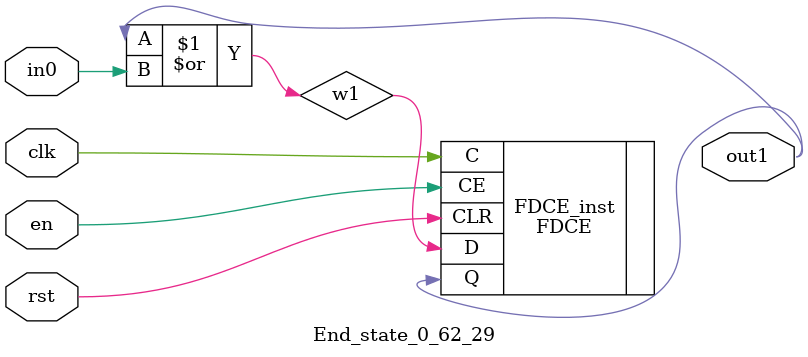
<source format=v>
module engine_0_62(out,clk,sod,en, in_120, in_3, in_4, in_5, in_7, in_8, in_9, in_15, in_16, in_17, in_18, in_20, in_21, in_26, in_30, in_41, in_42, in_109);
//pcre: /toStaticHTML\x28.*?[\x26\x22].=expression\x28/smi
//block char: [\x26\x22][1], N[0], O[0], L[0], I[0], S[0], H[0], a[0], r[0], e[0], c[0], =[0], p[0], x[0], t[0], M[0], \x28[8], .[7], 

	input clk,sod,en;

	input in_120, in_3, in_4, in_5, in_7, in_8, in_9, in_15, in_16, in_17, in_18, in_20, in_21, in_26, in_30, in_41, in_42, in_109;
	output out;

	assign w0 = 1'b1;
	state_0_62_1 BlockState_0_62_1 (w1,in_30,clk,en,sod,w0);
	state_0_62_2 BlockState_0_62_2 (w2,in_4,clk,en,sod,w1);
	state_0_62_3 BlockState_0_62_3 (w3,in_8,clk,en,sod,w2);
	state_0_62_4 BlockState_0_62_4 (w4,in_30,clk,en,sod,w3);
	state_0_62_5 BlockState_0_62_5 (w5,in_15,clk,en,sod,w4);
	state_0_62_6 BlockState_0_62_6 (w6,in_30,clk,en,sod,w5);
	state_0_62_7 BlockState_0_62_7 (w7,in_7,clk,en,sod,w6);
	state_0_62_8 BlockState_0_62_8 (w8,in_18,clk,en,sod,w7);
	state_0_62_9 BlockState_0_62_9 (w9,in_9,clk,en,sod,w8);
	state_0_62_10 BlockState_0_62_10 (w10,in_30,clk,en,sod,w9);
	state_0_62_11 BlockState_0_62_11 (w11,in_41,clk,en,sod,w10);
	state_0_62_12 BlockState_0_62_12 (w12,in_5,clk,en,sod,w11);
	state_0_62_13 BlockState_0_62_13 (w13,in_42,clk,en,sod,w12);
	state_0_62_14 BlockState_0_62_14 (w14,in_109,clk,en,sod,w14,w13);
	state_0_62_15 BlockState_0_62_15 (w15,in_120,clk,en,sod,w13,w13,w14);
	state_0_62_16 BlockState_0_62_16 (w16,in_109,clk,en,sod,w15);
	state_0_62_17 BlockState_0_62_17 (w17,in_20,clk,en,sod,w16);
	state_0_62_18 BlockState_0_62_18 (w18,in_17,clk,en,sod,w17);
	state_0_62_19 BlockState_0_62_19 (w19,in_26,clk,en,sod,w18);
	state_0_62_20 BlockState_0_62_20 (w20,in_21,clk,en,sod,w19);
	state_0_62_21 BlockState_0_62_21 (w21,in_16,clk,en,sod,w20);
	state_0_62_22 BlockState_0_62_22 (w22,in_17,clk,en,sod,w21);
	state_0_62_23 BlockState_0_62_23 (w23,in_8,clk,en,sod,w22);
	state_0_62_24 BlockState_0_62_24 (w24,in_8,clk,en,sod,w23);
	state_0_62_25 BlockState_0_62_25 (w25,in_7,clk,en,sod,w24);
	state_0_62_26 BlockState_0_62_26 (w26,in_4,clk,en,sod,w25);
	state_0_62_27 BlockState_0_62_27 (w27,in_3,clk,en,sod,w26);
	state_0_62_28 BlockState_0_62_28 (w28,in_42,clk,en,sod,w27);
	End_state_0_62_29 BlockState_0_62_29 (out,clk,en,sod,w28);
endmodule

module state_0_62_1(out1,in_char,clk,en,rst,in0);
	input in_char,clk,en,rst,in0;
	output out1;
	wire w1,w2;
	assign w1 = in0; 
	and(w2,in_char,w1);
	FDCE #(.INIT(1'b0)) FDCE_inst (
		.Q(out1),
		.C(clk),
		.CE(en),
		.CLR(rst),
		.D(w2)
);
endmodule

module state_0_62_2(out1,in_char,clk,en,rst,in0);
	input in_char,clk,en,rst,in0;
	output out1;
	wire w1,w2;
	assign w1 = in0; 
	and(w2,in_char,w1);
	FDCE #(.INIT(1'b0)) FDCE_inst (
		.Q(out1),
		.C(clk),
		.CE(en),
		.CLR(rst),
		.D(w2)
);
endmodule

module state_0_62_3(out1,in_char,clk,en,rst,in0);
	input in_char,clk,en,rst,in0;
	output out1;
	wire w1,w2;
	assign w1 = in0; 
	and(w2,in_char,w1);
	FDCE #(.INIT(1'b0)) FDCE_inst (
		.Q(out1),
		.C(clk),
		.CE(en),
		.CLR(rst),
		.D(w2)
);
endmodule

module state_0_62_4(out1,in_char,clk,en,rst,in0);
	input in_char,clk,en,rst,in0;
	output out1;
	wire w1,w2;
	assign w1 = in0; 
	and(w2,in_char,w1);
	FDCE #(.INIT(1'b0)) FDCE_inst (
		.Q(out1),
		.C(clk),
		.CE(en),
		.CLR(rst),
		.D(w2)
);
endmodule

module state_0_62_5(out1,in_char,clk,en,rst,in0);
	input in_char,clk,en,rst,in0;
	output out1;
	wire w1,w2;
	assign w1 = in0; 
	and(w2,in_char,w1);
	FDCE #(.INIT(1'b0)) FDCE_inst (
		.Q(out1),
		.C(clk),
		.CE(en),
		.CLR(rst),
		.D(w2)
);
endmodule

module state_0_62_6(out1,in_char,clk,en,rst,in0);
	input in_char,clk,en,rst,in0;
	output out1;
	wire w1,w2;
	assign w1 = in0; 
	and(w2,in_char,w1);
	FDCE #(.INIT(1'b0)) FDCE_inst (
		.Q(out1),
		.C(clk),
		.CE(en),
		.CLR(rst),
		.D(w2)
);
endmodule

module state_0_62_7(out1,in_char,clk,en,rst,in0);
	input in_char,clk,en,rst,in0;
	output out1;
	wire w1,w2;
	assign w1 = in0; 
	and(w2,in_char,w1);
	FDCE #(.INIT(1'b0)) FDCE_inst (
		.Q(out1),
		.C(clk),
		.CE(en),
		.CLR(rst),
		.D(w2)
);
endmodule

module state_0_62_8(out1,in_char,clk,en,rst,in0);
	input in_char,clk,en,rst,in0;
	output out1;
	wire w1,w2;
	assign w1 = in0; 
	and(w2,in_char,w1);
	FDCE #(.INIT(1'b0)) FDCE_inst (
		.Q(out1),
		.C(clk),
		.CE(en),
		.CLR(rst),
		.D(w2)
);
endmodule

module state_0_62_9(out1,in_char,clk,en,rst,in0);
	input in_char,clk,en,rst,in0;
	output out1;
	wire w1,w2;
	assign w1 = in0; 
	and(w2,in_char,w1);
	FDCE #(.INIT(1'b0)) FDCE_inst (
		.Q(out1),
		.C(clk),
		.CE(en),
		.CLR(rst),
		.D(w2)
);
endmodule

module state_0_62_10(out1,in_char,clk,en,rst,in0);
	input in_char,clk,en,rst,in0;
	output out1;
	wire w1,w2;
	assign w1 = in0; 
	and(w2,in_char,w1);
	FDCE #(.INIT(1'b0)) FDCE_inst (
		.Q(out1),
		.C(clk),
		.CE(en),
		.CLR(rst),
		.D(w2)
);
endmodule

module state_0_62_11(out1,in_char,clk,en,rst,in0);
	input in_char,clk,en,rst,in0;
	output out1;
	wire w1,w2;
	assign w1 = in0; 
	and(w2,in_char,w1);
	FDCE #(.INIT(1'b0)) FDCE_inst (
		.Q(out1),
		.C(clk),
		.CE(en),
		.CLR(rst),
		.D(w2)
);
endmodule

module state_0_62_12(out1,in_char,clk,en,rst,in0);
	input in_char,clk,en,rst,in0;
	output out1;
	wire w1,w2;
	assign w1 = in0; 
	and(w2,in_char,w1);
	FDCE #(.INIT(1'b0)) FDCE_inst (
		.Q(out1),
		.C(clk),
		.CE(en),
		.CLR(rst),
		.D(w2)
);
endmodule

module state_0_62_13(out1,in_char,clk,en,rst,in0);
	input in_char,clk,en,rst,in0;
	output out1;
	wire w1,w2;
	assign w1 = in0; 
	and(w2,in_char,w1);
	FDCE #(.INIT(1'b0)) FDCE_inst (
		.Q(out1),
		.C(clk),
		.CE(en),
		.CLR(rst),
		.D(w2)
);
endmodule

module state_0_62_14(out1,in_char,clk,en,rst,in0,in1);
	input in_char,clk,en,rst,in0,in1;
	output out1;
	wire w1,w2;
	or(w1,in0,in1);
	and(w2,in_char,w1);
	FDCE #(.INIT(1'b0)) FDCE_inst (
		.Q(out1),
		.C(clk),
		.CE(en),
		.CLR(rst),
		.D(w2)
);
endmodule

module state_0_62_15(out1,in_char,clk,en,rst,in0,in1,in2);
	input in_char,clk,en,rst,in0,in1,in2;
	output out1;
	wire w1,w2;
	or(w1,in0,in1,in2);
	and(w2,in_char,w1);
	FDCE #(.INIT(1'b0)) FDCE_inst (
		.Q(out1),
		.C(clk),
		.CE(en),
		.CLR(rst),
		.D(w2)
);
endmodule

module state_0_62_16(out1,in_char,clk,en,rst,in0);
	input in_char,clk,en,rst,in0;
	output out1;
	wire w1,w2;
	assign w1 = in0; 
	and(w2,in_char,w1);
	FDCE #(.INIT(1'b0)) FDCE_inst (
		.Q(out1),
		.C(clk),
		.CE(en),
		.CLR(rst),
		.D(w2)
);
endmodule

module state_0_62_17(out1,in_char,clk,en,rst,in0);
	input in_char,clk,en,rst,in0;
	output out1;
	wire w1,w2;
	assign w1 = in0; 
	and(w2,in_char,w1);
	FDCE #(.INIT(1'b0)) FDCE_inst (
		.Q(out1),
		.C(clk),
		.CE(en),
		.CLR(rst),
		.D(w2)
);
endmodule

module state_0_62_18(out1,in_char,clk,en,rst,in0);
	input in_char,clk,en,rst,in0;
	output out1;
	wire w1,w2;
	assign w1 = in0; 
	and(w2,in_char,w1);
	FDCE #(.INIT(1'b0)) FDCE_inst (
		.Q(out1),
		.C(clk),
		.CE(en),
		.CLR(rst),
		.D(w2)
);
endmodule

module state_0_62_19(out1,in_char,clk,en,rst,in0);
	input in_char,clk,en,rst,in0;
	output out1;
	wire w1,w2;
	assign w1 = in0; 
	and(w2,in_char,w1);
	FDCE #(.INIT(1'b0)) FDCE_inst (
		.Q(out1),
		.C(clk),
		.CE(en),
		.CLR(rst),
		.D(w2)
);
endmodule

module state_0_62_20(out1,in_char,clk,en,rst,in0);
	input in_char,clk,en,rst,in0;
	output out1;
	wire w1,w2;
	assign w1 = in0; 
	and(w2,in_char,w1);
	FDCE #(.INIT(1'b0)) FDCE_inst (
		.Q(out1),
		.C(clk),
		.CE(en),
		.CLR(rst),
		.D(w2)
);
endmodule

module state_0_62_21(out1,in_char,clk,en,rst,in0);
	input in_char,clk,en,rst,in0;
	output out1;
	wire w1,w2;
	assign w1 = in0; 
	and(w2,in_char,w1);
	FDCE #(.INIT(1'b0)) FDCE_inst (
		.Q(out1),
		.C(clk),
		.CE(en),
		.CLR(rst),
		.D(w2)
);
endmodule

module state_0_62_22(out1,in_char,clk,en,rst,in0);
	input in_char,clk,en,rst,in0;
	output out1;
	wire w1,w2;
	assign w1 = in0; 
	and(w2,in_char,w1);
	FDCE #(.INIT(1'b0)) FDCE_inst (
		.Q(out1),
		.C(clk),
		.CE(en),
		.CLR(rst),
		.D(w2)
);
endmodule

module state_0_62_23(out1,in_char,clk,en,rst,in0);
	input in_char,clk,en,rst,in0;
	output out1;
	wire w1,w2;
	assign w1 = in0; 
	and(w2,in_char,w1);
	FDCE #(.INIT(1'b0)) FDCE_inst (
		.Q(out1),
		.C(clk),
		.CE(en),
		.CLR(rst),
		.D(w2)
);
endmodule

module state_0_62_24(out1,in_char,clk,en,rst,in0);
	input in_char,clk,en,rst,in0;
	output out1;
	wire w1,w2;
	assign w1 = in0; 
	and(w2,in_char,w1);
	FDCE #(.INIT(1'b0)) FDCE_inst (
		.Q(out1),
		.C(clk),
		.CE(en),
		.CLR(rst),
		.D(w2)
);
endmodule

module state_0_62_25(out1,in_char,clk,en,rst,in0);
	input in_char,clk,en,rst,in0;
	output out1;
	wire w1,w2;
	assign w1 = in0; 
	and(w2,in_char,w1);
	FDCE #(.INIT(1'b0)) FDCE_inst (
		.Q(out1),
		.C(clk),
		.CE(en),
		.CLR(rst),
		.D(w2)
);
endmodule

module state_0_62_26(out1,in_char,clk,en,rst,in0);
	input in_char,clk,en,rst,in0;
	output out1;
	wire w1,w2;
	assign w1 = in0; 
	and(w2,in_char,w1);
	FDCE #(.INIT(1'b0)) FDCE_inst (
		.Q(out1),
		.C(clk),
		.CE(en),
		.CLR(rst),
		.D(w2)
);
endmodule

module state_0_62_27(out1,in_char,clk,en,rst,in0);
	input in_char,clk,en,rst,in0;
	output out1;
	wire w1,w2;
	assign w1 = in0; 
	and(w2,in_char,w1);
	FDCE #(.INIT(1'b0)) FDCE_inst (
		.Q(out1),
		.C(clk),
		.CE(en),
		.CLR(rst),
		.D(w2)
);
endmodule

module state_0_62_28(out1,in_char,clk,en,rst,in0);
	input in_char,clk,en,rst,in0;
	output out1;
	wire w1,w2;
	assign w1 = in0; 
	and(w2,in_char,w1);
	FDCE #(.INIT(1'b0)) FDCE_inst (
		.Q(out1),
		.C(clk),
		.CE(en),
		.CLR(rst),
		.D(w2)
);
endmodule

module End_state_0_62_29(out1,clk,en,rst,in0);
	input clk,rst,en,in0;
	output out1;
	wire w1;
	or(w1,out1,in0);
	FDCE #(.INIT(1'b0)) FDCE_inst (
		.Q(out1),
		.C(clk),
		.CE(en),
		.CLR(rst),
		.D(w1)
);
endmodule


</source>
